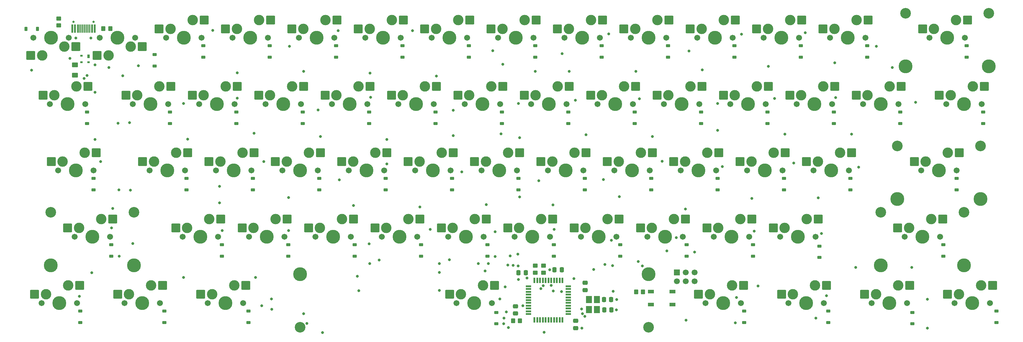
<source format=gbr>
G04 #@! TF.GenerationSoftware,KiCad,Pcbnew,8.0.7*
G04 #@! TF.CreationDate,2024-12-21T11:45:03-05:00*
G04 #@! TF.ProjectId,PCB-Sch,5043422d-5363-4682-9e6b-696361645f70,rev?*
G04 #@! TF.SameCoordinates,Original*
G04 #@! TF.FileFunction,Soldermask,Bot*
G04 #@! TF.FilePolarity,Negative*
%FSLAX46Y46*%
G04 Gerber Fmt 4.6, Leading zero omitted, Abs format (unit mm)*
G04 Created by KiCad (PCBNEW 8.0.7) date 2024-12-21 11:45:03*
%MOMM*%
%LPD*%
G01*
G04 APERTURE LIST*
G04 Aperture macros list*
%AMRoundRect*
0 Rectangle with rounded corners*
0 $1 Rounding radius*
0 $2 $3 $4 $5 $6 $7 $8 $9 X,Y pos of 4 corners*
0 Add a 4 corners polygon primitive as box body*
4,1,4,$2,$3,$4,$5,$6,$7,$8,$9,$2,$3,0*
0 Add four circle primitives for the rounded corners*
1,1,$1+$1,$2,$3*
1,1,$1+$1,$4,$5*
1,1,$1+$1,$6,$7*
1,1,$1+$1,$8,$9*
0 Add four rect primitives between the rounded corners*
20,1,$1+$1,$2,$3,$4,$5,0*
20,1,$1+$1,$4,$5,$6,$7,0*
20,1,$1+$1,$6,$7,$8,$9,0*
20,1,$1+$1,$8,$9,$2,$3,0*%
G04 Aperture macros list end*
%ADD10RoundRect,0.250000X-0.450000X0.350000X-0.450000X-0.350000X0.450000X-0.350000X0.450000X0.350000X0*%
%ADD11RoundRect,0.225000X0.375000X-0.225000X0.375000X0.225000X-0.375000X0.225000X-0.375000X-0.225000X0*%
%ADD12C,1.701800*%
%ADD13C,3.000000*%
%ADD14C,3.987800*%
%ADD15RoundRect,0.200000X1.075000X1.050000X-1.075000X1.050000X-1.075000X-1.050000X1.075000X-1.050000X0*%
%ADD16RoundRect,0.250000X-0.337500X-0.475000X0.337500X-0.475000X0.337500X0.475000X-0.337500X0.475000X0*%
%ADD17RoundRect,0.250000X0.475000X-0.337500X0.475000X0.337500X-0.475000X0.337500X-0.475000X-0.337500X0*%
%ADD18RoundRect,0.250000X-0.350000X-0.450000X0.350000X-0.450000X0.350000X0.450000X-0.350000X0.450000X0*%
%ADD19R,0.700000X1.000000*%
%ADD20R,0.700000X0.600000*%
%ADD21RoundRect,0.250000X0.337500X0.475000X-0.337500X0.475000X-0.337500X-0.475000X0.337500X-0.475000X0*%
%ADD22C,3.048000*%
%ADD23R,0.550000X1.500000*%
%ADD24R,1.500000X0.550000*%
%ADD25C,1.700000*%
%ADD26R,1.700000X1.700000*%
%ADD27R,1.800000X2.100000*%
%ADD28RoundRect,0.200000X-1.075000X-1.050000X1.075000X-1.050000X1.075000X1.050000X-1.075000X1.050000X0*%
%ADD29C,0.650000*%
%ADD30R,0.600000X2.450000*%
%ADD31R,0.300000X2.450000*%
%ADD32R,1.800000X1.100000*%
%ADD33RoundRect,0.250001X-0.624999X0.462499X-0.624999X-0.462499X0.624999X-0.462499X0.624999X0.462499X0*%
%ADD34RoundRect,0.250000X0.350000X0.450000X-0.350000X0.450000X-0.350000X-0.450000X0.350000X-0.450000X0*%
%ADD35RoundRect,0.250000X-0.475000X0.337500X-0.475000X-0.337500X0.475000X-0.337500X0.475000X0.337500X0*%
%ADD36RoundRect,0.225000X0.225000X0.375000X-0.225000X0.375000X-0.225000X-0.375000X0.225000X-0.375000X0*%
%ADD37C,0.800000*%
G04 APERTURE END LIST*
D10*
X214371250Y-138652500D03*
X214371250Y-140652500D03*
D11*
X307240000Y-78802500D03*
X307240000Y-75502500D03*
D12*
X159126250Y-130333750D03*
D13*
X156586250Y-125253750D03*
D14*
X154046250Y-130333750D03*
D13*
X150236250Y-127793750D03*
D12*
X148966250Y-130333750D03*
D15*
X146961250Y-127793750D03*
X159888250Y-125253750D03*
D16*
X231800000Y-151400000D03*
X233875000Y-151400000D03*
D11*
X226277500Y-116902500D03*
X226277500Y-113602500D03*
D12*
X342482500Y-149383750D03*
D13*
X339942500Y-144303750D03*
D14*
X337402500Y-149383750D03*
D13*
X333592500Y-146843750D03*
D12*
X332322500Y-149383750D03*
D15*
X330317500Y-146843750D03*
X343244500Y-144303750D03*
D12*
X254376250Y-130333750D03*
D13*
X251836250Y-125253750D03*
D14*
X249296250Y-130333750D03*
D13*
X245486250Y-127793750D03*
D12*
X244216250Y-130333750D03*
D15*
X242211250Y-127793750D03*
X255138250Y-125253750D03*
D17*
X223650000Y-156575000D03*
X223650000Y-154500000D03*
D12*
X302001250Y-111283750D03*
D13*
X299461250Y-106203750D03*
D14*
X296921250Y-111283750D03*
D13*
X293111250Y-108743750D03*
D12*
X291841250Y-111283750D03*
D15*
X289836250Y-108743750D03*
X302763250Y-106203750D03*
D12*
X230563750Y-73183750D03*
D13*
X228023750Y-68103750D03*
D14*
X225483750Y-73183750D03*
D13*
X221673750Y-70643750D03*
D12*
X220403750Y-73183750D03*
D15*
X218398750Y-70643750D03*
X231325750Y-68103750D03*
D18*
X240946250Y-146208750D03*
X242946250Y-146208750D03*
D11*
X320257500Y-155382500D03*
X320257500Y-152082500D03*
D19*
X83825000Y-78550000D03*
D20*
X83825000Y-80250000D03*
X81825000Y-80250000D03*
X81825000Y-78350000D03*
D12*
X173413750Y-73183750D03*
D13*
X170873750Y-68103750D03*
D14*
X168333750Y-73183750D03*
D13*
X164523750Y-70643750D03*
D12*
X163253750Y-73183750D03*
D15*
X161248750Y-70643750D03*
X174175750Y-68103750D03*
D11*
X141187500Y-135952500D03*
X141187500Y-132652500D03*
D21*
X209302500Y-140652500D03*
X207227500Y-140652500D03*
D12*
X235326250Y-130333750D03*
D13*
X232786250Y-125253750D03*
D14*
X230246250Y-130333750D03*
D13*
X226436250Y-127793750D03*
D12*
X225166250Y-130333750D03*
D15*
X223161250Y-127793750D03*
X236088250Y-125253750D03*
D11*
X344387500Y-155002500D03*
X344387500Y-151702500D03*
D12*
X128170000Y-149383750D03*
D13*
X125630000Y-144303750D03*
D14*
X123090000Y-149383750D03*
D13*
X119280000Y-146843750D03*
D12*
X118010000Y-149383750D03*
D15*
X116005000Y-146843750D03*
X128932000Y-144303750D03*
D12*
X154363750Y-73183750D03*
D13*
X151823750Y-68103750D03*
D14*
X149283750Y-73183750D03*
D13*
X145473750Y-70643750D03*
D12*
X144203750Y-73183750D03*
D15*
X142198750Y-70643750D03*
X155125750Y-68103750D03*
D11*
X207227500Y-116902500D03*
X207227500Y-113602500D03*
X259615000Y-97852500D03*
X259615000Y-94552500D03*
D12*
X116263750Y-73183750D03*
D13*
X113723750Y-68103750D03*
D14*
X111183750Y-73183750D03*
D13*
X107373750Y-70643750D03*
D12*
X106103750Y-73183750D03*
D15*
X104098750Y-70643750D03*
X117025750Y-68103750D03*
D11*
X329147500Y-135952500D03*
X329147500Y-132652500D03*
X236437500Y-135952500D03*
X236437500Y-132652500D03*
X179287500Y-135952500D03*
X179287500Y-132652500D03*
D21*
X219621250Y-139858750D03*
X217546250Y-139858750D03*
D11*
X221515000Y-97852500D03*
X221515000Y-94552500D03*
X107215000Y-97852500D03*
X107215000Y-94552500D03*
X293587500Y-136332500D03*
X293587500Y-133032500D03*
D14*
X335053000Y-138588750D03*
D22*
X335053000Y-123348750D03*
D12*
X328195000Y-130333750D03*
D13*
X325655000Y-125253750D03*
D14*
X323115000Y-130333750D03*
D13*
X319305000Y-127793750D03*
D12*
X318035000Y-130333750D03*
D14*
X311177000Y-138588750D03*
D22*
X311177000Y-123348750D03*
D15*
X316030000Y-127793750D03*
X328957000Y-125253750D03*
D23*
X211815000Y-142871250D03*
X212615000Y-142871250D03*
X213415000Y-142871250D03*
X214215000Y-142871250D03*
X215015000Y-142871250D03*
X215815000Y-142871250D03*
X216615000Y-142871250D03*
X217415000Y-142871250D03*
X218215000Y-142871250D03*
X219015000Y-142871250D03*
X219815000Y-142871250D03*
D24*
X221515000Y-144571250D03*
X221515000Y-145371250D03*
X221515000Y-146171250D03*
X221515000Y-146971250D03*
X221515000Y-147771250D03*
X221515000Y-148571250D03*
X221515000Y-149371250D03*
X221515000Y-150171250D03*
X221515000Y-150971250D03*
X221515000Y-151771250D03*
X221515000Y-152571250D03*
D23*
X219815000Y-154271250D03*
X219015000Y-154271250D03*
X218215000Y-154271250D03*
X217415000Y-154271250D03*
X216615000Y-154271250D03*
X215815000Y-154271250D03*
X215015000Y-154271250D03*
X214215000Y-154271250D03*
X213415000Y-154271250D03*
X212615000Y-154271250D03*
X211815000Y-154271250D03*
D24*
X210115000Y-152571250D03*
X210115000Y-151771250D03*
X210115000Y-150971250D03*
X210115000Y-150171250D03*
X210115000Y-149371250D03*
X210115000Y-148571250D03*
X210115000Y-147771250D03*
X210115000Y-146971250D03*
X210115000Y-146171250D03*
X210115000Y-145371250D03*
X210115000Y-144571250D03*
D25*
X257715000Y-143190000D03*
X257715000Y-140650000D03*
X255175000Y-143190000D03*
X255175000Y-140650000D03*
X252635000Y-143190000D03*
D26*
X252635000Y-140650000D03*
D12*
X282951250Y-111283750D03*
D13*
X280411250Y-106203750D03*
D14*
X277871250Y-111283750D03*
D13*
X274061250Y-108743750D03*
D12*
X272791250Y-111283750D03*
D15*
X270786250Y-108743750D03*
X283713250Y-106203750D03*
D11*
X90387500Y-135952500D03*
X90387500Y-132652500D03*
D14*
X96869250Y-138588750D03*
D22*
X96869250Y-123348750D03*
D12*
X90011250Y-130333750D03*
D13*
X87471250Y-125253750D03*
D14*
X84931250Y-130333750D03*
D13*
X81121250Y-127793750D03*
D12*
X79851250Y-130333750D03*
D14*
X72993250Y-138588750D03*
D22*
X72993250Y-123348750D03*
D15*
X77846250Y-127793750D03*
X90773250Y-125253750D03*
D11*
X245327500Y-116902500D03*
X245327500Y-113602500D03*
D12*
X216276250Y-130333750D03*
D13*
X213736250Y-125253750D03*
D14*
X211196250Y-130333750D03*
D13*
X207386250Y-127793750D03*
D12*
X206116250Y-130333750D03*
D15*
X204111250Y-127793750D03*
X217038250Y-125253750D03*
D12*
X271045000Y-149383750D03*
D13*
X268505000Y-144303750D03*
D14*
X265965000Y-149383750D03*
D13*
X262155000Y-146843750D03*
D12*
X260885000Y-149383750D03*
D15*
X258880000Y-146843750D03*
X271807000Y-144303750D03*
D12*
X85307500Y-111283750D03*
D13*
X82767500Y-106203750D03*
D14*
X80227500Y-111283750D03*
D13*
X76417500Y-108743750D03*
D12*
X75147500Y-111283750D03*
D15*
X73142500Y-108743750D03*
X86069500Y-106203750D03*
D12*
X182938750Y-92233750D03*
D13*
X180398750Y-87153750D03*
D14*
X177858750Y-92233750D03*
D13*
X174048750Y-89693750D03*
D12*
X172778750Y-92233750D03*
D15*
X170773750Y-89693750D03*
X183700750Y-87153750D03*
D11*
X217387500Y-135952500D03*
X217387500Y-132652500D03*
X173890000Y-78802500D03*
X173890000Y-75502500D03*
D12*
X192463750Y-73183750D03*
D13*
X189923750Y-68103750D03*
D14*
X187383750Y-73183750D03*
D13*
X183573750Y-70643750D03*
D12*
X182303750Y-73183750D03*
D15*
X180298750Y-70643750D03*
X193225750Y-68103750D03*
D16*
X231750000Y-148400000D03*
X233825000Y-148400000D03*
D11*
X131027500Y-116902500D03*
X131027500Y-113602500D03*
D12*
X259138750Y-92233750D03*
D13*
X256598750Y-87153750D03*
D14*
X254058750Y-92233750D03*
D13*
X250248750Y-89693750D03*
D12*
X248978750Y-92233750D03*
D15*
X246973750Y-89693750D03*
X259900750Y-87153750D03*
D12*
X340101250Y-92233750D03*
D13*
X337561250Y-87153750D03*
D14*
X335021250Y-92233750D03*
D13*
X331211250Y-89693750D03*
D12*
X329941250Y-92233750D03*
D15*
X327936250Y-89693750D03*
X340863250Y-87153750D03*
D12*
X306763750Y-73183750D03*
D13*
X304223750Y-68103750D03*
D14*
X301683750Y-73183750D03*
D13*
X297873750Y-70643750D03*
D12*
X296603750Y-73183750D03*
D15*
X294598750Y-70643750D03*
X307525750Y-68103750D03*
D11*
X231040000Y-78802500D03*
X231040000Y-75502500D03*
D12*
X178176250Y-130333750D03*
D13*
X175636250Y-125253750D03*
D14*
X173096250Y-130333750D03*
D13*
X169286250Y-127793750D03*
D12*
X168016250Y-130333750D03*
D15*
X166011250Y-127793750D03*
X178938250Y-125253750D03*
D11*
X145315000Y-97852500D03*
X145315000Y-94552500D03*
X302477500Y-116902500D03*
X302477500Y-113602500D03*
D12*
X130551250Y-111283750D03*
D13*
X128011250Y-106203750D03*
D14*
X125471250Y-111283750D03*
D13*
X121661250Y-108743750D03*
D12*
X120391250Y-111283750D03*
D15*
X118386250Y-108743750D03*
X131313250Y-106203750D03*
D11*
X83402500Y-97852500D03*
X83402500Y-94552500D03*
D12*
X106738750Y-92233750D03*
D13*
X104198750Y-87153750D03*
D14*
X101658750Y-92233750D03*
D13*
X97848750Y-89693750D03*
D12*
X96578750Y-92233750D03*
D15*
X94573750Y-89693750D03*
X107500750Y-87153750D03*
D12*
X263901250Y-111283750D03*
D13*
X261361250Y-106203750D03*
D14*
X258821250Y-111283750D03*
D13*
X255011250Y-108743750D03*
D12*
X253741250Y-111283750D03*
D15*
X251736250Y-108743750D03*
X264663250Y-106203750D03*
D11*
X288190000Y-78802500D03*
X288190000Y-75502500D03*
X154840000Y-78802500D03*
X154840000Y-75502500D03*
D12*
X225801250Y-111283750D03*
D13*
X223261250Y-106203750D03*
D14*
X220721250Y-111283750D03*
D13*
X216911250Y-108743750D03*
D12*
X215641250Y-111283750D03*
D15*
X213636250Y-108743750D03*
X226563250Y-106203750D03*
D12*
X297238750Y-92233750D03*
D13*
X294698750Y-87153750D03*
D14*
X292158750Y-92233750D03*
D13*
X288348750Y-89693750D03*
D12*
X287078750Y-92233750D03*
D15*
X285073750Y-89693750D03*
X298000750Y-87153750D03*
D11*
X211990000Y-78802500D03*
X211990000Y-75502500D03*
D12*
X294857500Y-149383750D03*
D13*
X292317500Y-144303750D03*
D14*
X289777500Y-149383750D03*
D13*
X285967500Y-146843750D03*
D12*
X284697500Y-149383750D03*
D15*
X282692500Y-146843750D03*
X295619500Y-144303750D03*
D11*
X335815000Y-78802500D03*
X335815000Y-75502500D03*
D12*
X221038750Y-92233750D03*
D13*
X218498750Y-87153750D03*
D14*
X215958750Y-92233750D03*
D13*
X212148750Y-89693750D03*
D12*
X210878750Y-92233750D03*
D15*
X208873750Y-89693750D03*
X221800750Y-87153750D03*
D11*
X164365000Y-97852500D03*
X164365000Y-94552500D03*
D12*
X292476250Y-130333750D03*
D13*
X289936250Y-125253750D03*
D14*
X287396250Y-130333750D03*
D13*
X283586250Y-127793750D03*
D12*
X282316250Y-130333750D03*
D15*
X280311250Y-127793750D03*
X293238250Y-125253750D03*
D12*
X121026250Y-130333750D03*
D13*
X118486250Y-125253750D03*
D14*
X115946250Y-130333750D03*
D13*
X112136250Y-127793750D03*
D12*
X110866250Y-130333750D03*
D15*
X108861250Y-127793750D03*
X121788250Y-125253750D03*
D11*
X105627500Y-155002500D03*
X105627500Y-151702500D03*
D17*
X206350000Y-152400000D03*
X206350000Y-150325000D03*
D27*
X227425000Y-151300000D03*
X227425000Y-148400000D03*
X229725000Y-148400000D03*
X229725000Y-151300000D03*
D11*
X283427500Y-116902500D03*
X283427500Y-113602500D03*
X111977500Y-116902500D03*
X111977500Y-113602500D03*
X264377500Y-116902500D03*
X264377500Y-113602500D03*
X202465000Y-97852500D03*
X202465000Y-94552500D03*
D12*
X87053750Y-73183750D03*
D13*
X89593750Y-78263750D03*
D14*
X92133750Y-73183750D03*
D13*
X95943750Y-75723750D03*
D12*
X97213750Y-73183750D03*
D28*
X99218750Y-75723750D03*
X86291750Y-78263750D03*
D11*
X278665000Y-97852500D03*
X278665000Y-94552500D03*
X255487500Y-135952500D03*
X255487500Y-132652500D03*
X340577500Y-97852500D03*
X340577500Y-94552500D03*
D12*
X68003750Y-73183750D03*
D13*
X70543750Y-78263750D03*
D14*
X73083750Y-73183750D03*
D13*
X76893750Y-75723750D03*
D12*
X78163750Y-73183750D03*
D28*
X80168750Y-75723750D03*
X67241750Y-78263750D03*
D14*
X342196750Y-81438750D03*
D22*
X342196750Y-66198750D03*
D12*
X335338750Y-73183750D03*
D13*
X332798750Y-68103750D03*
D14*
X330258750Y-73183750D03*
D13*
X326448750Y-70643750D03*
D12*
X325178750Y-73183750D03*
D14*
X318320750Y-81438750D03*
D22*
X318320750Y-66198750D03*
D15*
X323173750Y-70643750D03*
X336100750Y-68103750D03*
D12*
X125788750Y-92233750D03*
D13*
X123248750Y-87153750D03*
D14*
X120708750Y-92233750D03*
D13*
X116898750Y-89693750D03*
D12*
X115628750Y-92233750D03*
D15*
X113623750Y-89693750D03*
X126550750Y-87153750D03*
D11*
X188177500Y-116902500D03*
X188177500Y-113602500D03*
X135790000Y-78802500D03*
X135790000Y-75502500D03*
D12*
X273426250Y-130333750D03*
D13*
X270886250Y-125253750D03*
D14*
X268346250Y-130333750D03*
D13*
X264536250Y-127793750D03*
D12*
X263266250Y-130333750D03*
D15*
X261261250Y-127793750D03*
X274188250Y-125253750D03*
D11*
X116740000Y-78802500D03*
X116740000Y-75502500D03*
D12*
X187701250Y-111283750D03*
D13*
X185161250Y-106203750D03*
D14*
X182621250Y-111283750D03*
D13*
X178811250Y-108743750D03*
D12*
X177541250Y-111283750D03*
D15*
X175536250Y-108743750D03*
X188463250Y-106203750D03*
D12*
X249613750Y-73183750D03*
D13*
X247073750Y-68103750D03*
D14*
X244533750Y-73183750D03*
D13*
X240723750Y-70643750D03*
D12*
X239453750Y-73183750D03*
D15*
X237448750Y-70643750D03*
X250375750Y-68103750D03*
D12*
X135313750Y-73183750D03*
D13*
X132773750Y-68103750D03*
D14*
X130233750Y-73183750D03*
D13*
X126423750Y-70643750D03*
D12*
X125153750Y-73183750D03*
D15*
X123148750Y-70643750D03*
X136075750Y-68103750D03*
D12*
X240088750Y-92233750D03*
D13*
X237548750Y-87153750D03*
D14*
X235008750Y-92233750D03*
D13*
X231198750Y-89693750D03*
D12*
X229928750Y-92233750D03*
D15*
X227923750Y-89693750D03*
X240850750Y-87153750D03*
D11*
X269140000Y-78802500D03*
X269140000Y-75502500D03*
X198337500Y-135952500D03*
X198337500Y-132652500D03*
D12*
X82926250Y-92233750D03*
D13*
X80386250Y-87153750D03*
D14*
X77846250Y-92233750D03*
D13*
X74036250Y-89693750D03*
D12*
X72766250Y-92233750D03*
D15*
X70761250Y-89693750D03*
X83688250Y-87153750D03*
D11*
X316765000Y-97852500D03*
X316765000Y-94552500D03*
D18*
X88080000Y-70620000D03*
X90080000Y-70620000D03*
D12*
X80545000Y-149383750D03*
D13*
X78005000Y-144303750D03*
D14*
X75465000Y-149383750D03*
D13*
X71655000Y-146843750D03*
D12*
X70385000Y-149383750D03*
D15*
X68380000Y-146843750D03*
X81307000Y-144303750D03*
D11*
X160237500Y-135952500D03*
X160237500Y-132652500D03*
D12*
X318670000Y-149383750D03*
D13*
X316130000Y-144303750D03*
D14*
X313590000Y-149383750D03*
D13*
X309780000Y-146843750D03*
D12*
X308510000Y-149383750D03*
D15*
X306505000Y-146843750D03*
X319432000Y-144303750D03*
D12*
X278188750Y-92233750D03*
D13*
X275648750Y-87153750D03*
D14*
X273108750Y-92233750D03*
D13*
X269298750Y-89693750D03*
D12*
X268028750Y-92233750D03*
D15*
X266023750Y-89693750D03*
X278950750Y-87153750D03*
D11*
X297715000Y-97852500D03*
X297715000Y-94552500D03*
X85307500Y-116902500D03*
X85307500Y-113602500D03*
X183415000Y-97852500D03*
X183415000Y-94552500D03*
X169127500Y-116902500D03*
X169127500Y-113602500D03*
D29*
X79530000Y-68665000D03*
X85310000Y-68665000D03*
D30*
X79195000Y-70610000D03*
X79970000Y-70610000D03*
D31*
X80670000Y-70610000D03*
X81170000Y-70610000D03*
X81670000Y-70610000D03*
X82170000Y-70610000D03*
X82670000Y-70610000D03*
X83170000Y-70610000D03*
X83670000Y-70610000D03*
X84170000Y-70610000D03*
D30*
X84870000Y-70610000D03*
X85645000Y-70610000D03*
D12*
X104357500Y-149383750D03*
D13*
X101817500Y-144303750D03*
D14*
X99277500Y-149383750D03*
D13*
X95467500Y-146843750D03*
D12*
X94197500Y-149383750D03*
D15*
X92192500Y-146843750D03*
X105119500Y-144303750D03*
D32*
X251425000Y-146125000D03*
X245225000Y-146125000D03*
X251425000Y-149825000D03*
X245225000Y-149825000D03*
D11*
X126265000Y-97852500D03*
X126265000Y-94552500D03*
D12*
X140076250Y-130333750D03*
D13*
X137536250Y-125253750D03*
D14*
X134996250Y-130333750D03*
D13*
X131186250Y-127793750D03*
D12*
X129916250Y-130333750D03*
D15*
X127911250Y-127793750D03*
X140838250Y-125253750D03*
D11*
X271997500Y-155002500D03*
X271997500Y-151702500D03*
D12*
X163888750Y-92233750D03*
D13*
X161348750Y-87153750D03*
D14*
X158808750Y-92233750D03*
D13*
X154998750Y-89693750D03*
D12*
X153728750Y-92233750D03*
D15*
X151723750Y-89693750D03*
X164650750Y-87153750D03*
D12*
X211513750Y-73183750D03*
D13*
X208973750Y-68103750D03*
D14*
X206433750Y-73183750D03*
D13*
X202623750Y-70643750D03*
D12*
X201353750Y-73183750D03*
D15*
X199348750Y-70643750D03*
X212275750Y-68103750D03*
D11*
X192940000Y-78802500D03*
X192940000Y-75502500D03*
D14*
X339815500Y-119538750D03*
D22*
X339815500Y-104298750D03*
D12*
X332957500Y-111283750D03*
D13*
X330417500Y-106203750D03*
D14*
X327877500Y-111283750D03*
D13*
X324067500Y-108743750D03*
D12*
X322797500Y-111283750D03*
D14*
X315939500Y-119538750D03*
D22*
X315939500Y-104298750D03*
D15*
X320792500Y-108743750D03*
X333719500Y-106203750D03*
D11*
X122137500Y-135952500D03*
X122137500Y-132652500D03*
D33*
X79950000Y-80975000D03*
X79950000Y-83950000D03*
D11*
X129757500Y-155002500D03*
X129757500Y-151702500D03*
D12*
X268663750Y-73183750D03*
D13*
X266123750Y-68103750D03*
D14*
X263583750Y-73183750D03*
D13*
X259773750Y-70643750D03*
D12*
X258503750Y-73183750D03*
D15*
X256498750Y-70643750D03*
X269425750Y-68103750D03*
D11*
X332957500Y-116902500D03*
X332957500Y-113602500D03*
X150077500Y-116902500D03*
X150077500Y-113602500D03*
D12*
X244851250Y-111283750D03*
D13*
X242311250Y-106203750D03*
D14*
X239771250Y-111283750D03*
D13*
X235961250Y-108743750D03*
D12*
X234691250Y-111283750D03*
D15*
X232686250Y-108743750D03*
X245613250Y-106203750D03*
D10*
X211990000Y-138652500D03*
X211990000Y-140652500D03*
D12*
X144838750Y-92233750D03*
D13*
X142298750Y-87153750D03*
D14*
X139758750Y-92233750D03*
D13*
X135948750Y-89693750D03*
D12*
X134678750Y-92233750D03*
D15*
X132673750Y-89693750D03*
X145600750Y-87153750D03*
D11*
X81497500Y-155002500D03*
X81497500Y-151702500D03*
D34*
X207650000Y-154500000D03*
X205650000Y-154500000D03*
D12*
X111501250Y-111283750D03*
D13*
X108961250Y-106203750D03*
D14*
X106421250Y-111283750D03*
D13*
X102611250Y-108743750D03*
D12*
X101341250Y-111283750D03*
D15*
X99336250Y-108743750D03*
X112263250Y-106203750D03*
D12*
X168651250Y-111283750D03*
D13*
X166111250Y-106203750D03*
D14*
X163571250Y-111283750D03*
D13*
X159761250Y-108743750D03*
D12*
X158491250Y-111283750D03*
D15*
X156486250Y-108743750D03*
X169413250Y-106203750D03*
D11*
X200877500Y-155382500D03*
X200877500Y-152082500D03*
D12*
X149601250Y-111283750D03*
D13*
X147061250Y-106203750D03*
D14*
X144521250Y-111283750D03*
D13*
X140711250Y-108743750D03*
D12*
X139441250Y-111283750D03*
D15*
X137436250Y-108743750D03*
X150363250Y-106203750D03*
D12*
X197226250Y-130333750D03*
D13*
X194686250Y-125253750D03*
D14*
X192146250Y-130333750D03*
D13*
X188336250Y-127793750D03*
D12*
X187066250Y-130333750D03*
D15*
X185061250Y-127793750D03*
X197988250Y-125253750D03*
D11*
X240565000Y-97852500D03*
X240565000Y-94552500D03*
X102825000Y-81325000D03*
X102825000Y-78025000D03*
D12*
X201988750Y-92233750D03*
D13*
X199448750Y-87153750D03*
D14*
X196908750Y-92233750D03*
D13*
X193098750Y-89693750D03*
D12*
X191828750Y-92233750D03*
D15*
X189823750Y-89693750D03*
X202750750Y-87153750D03*
D12*
X287713750Y-73183750D03*
D13*
X285173750Y-68103750D03*
D14*
X282633750Y-73183750D03*
D13*
X278823750Y-70643750D03*
D12*
X277553750Y-73183750D03*
D15*
X275548750Y-70643750D03*
X288475750Y-68103750D03*
D35*
X226350000Y-143575000D03*
X226350000Y-145650000D03*
D11*
X296127500Y-155002500D03*
X296127500Y-151702500D03*
D12*
X316288750Y-92233750D03*
D13*
X313748750Y-87153750D03*
D14*
X311208750Y-92233750D03*
D13*
X307398750Y-89693750D03*
D12*
X306128750Y-92233750D03*
D15*
X304123750Y-89693750D03*
X317050750Y-87153750D03*
D10*
X75300000Y-67690000D03*
X75300000Y-69690000D03*
D11*
X274537500Y-135952500D03*
X274537500Y-132652500D03*
D22*
X244527500Y-156368750D03*
D14*
X244527500Y-141128750D03*
D12*
X199607500Y-149383750D03*
D13*
X197067500Y-144303750D03*
D14*
X194527500Y-149383750D03*
D13*
X190717500Y-146843750D03*
D12*
X189447500Y-149383750D03*
D22*
X144527500Y-156368750D03*
D14*
X144527500Y-141128750D03*
D15*
X187442500Y-146843750D03*
X200369500Y-144303750D03*
D11*
X250090000Y-78802500D03*
X250090000Y-75502500D03*
D36*
X69181250Y-70643750D03*
X65881250Y-70643750D03*
D12*
X206751250Y-111283750D03*
D13*
X204211250Y-106203750D03*
D14*
X201671250Y-111283750D03*
D13*
X197861250Y-108743750D03*
D12*
X196591250Y-111283750D03*
D15*
X194586250Y-108743750D03*
X207513250Y-106203750D03*
D37*
X235300000Y-151400000D03*
X235380000Y-148380000D03*
X207111600Y-138734800D03*
X216150000Y-139850000D03*
X207227500Y-142600000D03*
X85725000Y-80962500D03*
X223100000Y-142375000D03*
X214281675Y-144425000D03*
X240946250Y-146200000D03*
X225375000Y-156600000D03*
X257715000Y-134760000D03*
X205675000Y-138600000D03*
X203725000Y-151950000D03*
X209625000Y-142225000D03*
X83412500Y-84087500D03*
X216625000Y-144375000D03*
X249775000Y-134450000D03*
X211988400Y-82905600D03*
X213650000Y-145250000D03*
X98188200Y-81288200D03*
X78550000Y-79125000D03*
X92325000Y-97750000D03*
X204850000Y-135900000D03*
X202225000Y-100800000D03*
X95600000Y-97631250D03*
X207550000Y-118975000D03*
X92525000Y-116900000D03*
X95875000Y-116950000D03*
X207000000Y-135400000D03*
X204175000Y-138525000D03*
X195675000Y-138074999D03*
X92650000Y-135975000D03*
X96500000Y-132300000D03*
X202996800Y-155382500D03*
X269450000Y-155050000D03*
X80227500Y-73262500D03*
X84520000Y-73270000D03*
X234200000Y-138700000D03*
X241550000Y-137500000D03*
X228750000Y-139725000D03*
X242750000Y-138775000D03*
X219575000Y-146100000D03*
X234391200Y-146050000D03*
X255250000Y-154300000D03*
X217200000Y-145975000D03*
X136375000Y-148225000D03*
X85725000Y-88900000D03*
X214525000Y-157775000D03*
X90773250Y-122237500D03*
X90487500Y-127793750D03*
X82550000Y-84931250D03*
X136400000Y-151225000D03*
X85725000Y-102393750D03*
X87312500Y-108743750D03*
X67468750Y-82550000D03*
X84750000Y-140675000D03*
X81250000Y-147500000D03*
X122237500Y-128587500D03*
X112268000Y-102311200D03*
X93662500Y-84137500D03*
X111125000Y-142081250D03*
X89693750Y-81756250D03*
X121443750Y-120650000D03*
X145575000Y-152475000D03*
X111125000Y-92075000D03*
X150950000Y-157850000D03*
X121443750Y-115887500D03*
X141287500Y-119062500D03*
X131318000Y-100634800D03*
X134143750Y-108743750D03*
X141287500Y-128587500D03*
X133550000Y-150175000D03*
X119481600Y-71069200D03*
X126542800Y-83312000D03*
X126542800Y-90576400D03*
X146500000Y-155250000D03*
X131762500Y-142081250D03*
X150368000Y-101549200D03*
X161000000Y-141700000D03*
X141528800Y-75641200D03*
X167225000Y-137075000D03*
X145592800Y-82854800D03*
X204300000Y-156400000D03*
X164550000Y-138074999D03*
X159867600Y-121412000D03*
X149707600Y-93980000D03*
X161387500Y-145862500D03*
X164338000Y-132384800D03*
X155803600Y-114046000D03*
X155448000Y-71170800D03*
X184500000Y-138074999D03*
X169418000Y-109423200D03*
X169418000Y-102463600D03*
X187400000Y-137000000D03*
X203047600Y-153720800D03*
X178938250Y-121797750D03*
X184525000Y-140625000D03*
X164795200Y-90322400D03*
X164592000Y-83362800D03*
X184525000Y-145800000D03*
X181914800Y-128270000D03*
X197675000Y-140225000D03*
X188518800Y-94030800D03*
X200507600Y-128930400D03*
X201900000Y-148200000D03*
X190906400Y-111760000D03*
X198525001Y-138049999D03*
X200525000Y-136050000D03*
X208450000Y-150175000D03*
X176784000Y-71221600D03*
X183700750Y-84226400D03*
X197967600Y-121158000D03*
X188468000Y-101346000D03*
X199847200Y-76911200D03*
X207518000Y-101904800D03*
X217474800Y-128219200D03*
X207168750Y-92075000D03*
X202742800Y-80822800D03*
X203352400Y-144729200D03*
X213004400Y-114300000D03*
X217068400Y-121259600D03*
X219760800Y-77774800D03*
X221792800Y-82905600D03*
X223570800Y-91186000D03*
X226568000Y-101041200D03*
X231546400Y-113944400D03*
X232000000Y-138325000D03*
X236118400Y-118872000D03*
X233883200Y-131419600D03*
X240893600Y-82905600D03*
X252526800Y-130606800D03*
X233070400Y-72085200D03*
X225300000Y-151125000D03*
X241909600Y-90779600D03*
X248412000Y-108712000D03*
X255138250Y-122397850D03*
X245668800Y-101549200D03*
X265734800Y-110185200D03*
X264312400Y-99771200D03*
X274828000Y-128778000D03*
X256133600Y-77012800D03*
X264318750Y-92075000D03*
X259943600Y-82448400D03*
X274188250Y-119329200D03*
X225575000Y-152500000D03*
X271170400Y-72186800D03*
X275945600Y-144475200D03*
X280670000Y-90678000D03*
X286207200Y-109220000D03*
X269798800Y-147777200D03*
X278942800Y-81432400D03*
X283667200Y-100939600D03*
X294132000Y-129438400D03*
X226263749Y-153225000D03*
X293217600Y-119227600D03*
X298196000Y-90424000D03*
X289509200Y-71780400D03*
X292575000Y-153700000D03*
X304800000Y-110388400D03*
X303936400Y-139192000D03*
X302768000Y-100888800D03*
X295619500Y-147283500D03*
X297992800Y-80416400D03*
X314452000Y-81788000D03*
X321180000Y-91786250D03*
X320040000Y-139192000D03*
X324525000Y-156625000D03*
X309880000Y-75692000D03*
X324525000Y-148312500D03*
M02*

</source>
